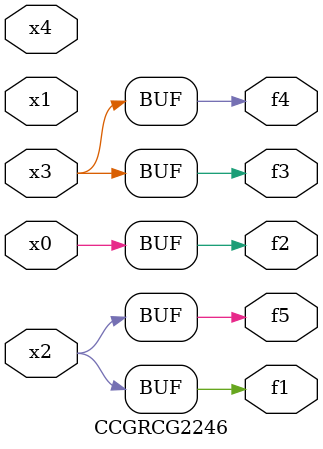
<source format=v>
module CCGRCG2246(
	input x0, x1, x2, x3, x4,
	output f1, f2, f3, f4, f5
);
	assign f1 = x2;
	assign f2 = x0;
	assign f3 = x3;
	assign f4 = x3;
	assign f5 = x2;
endmodule

</source>
